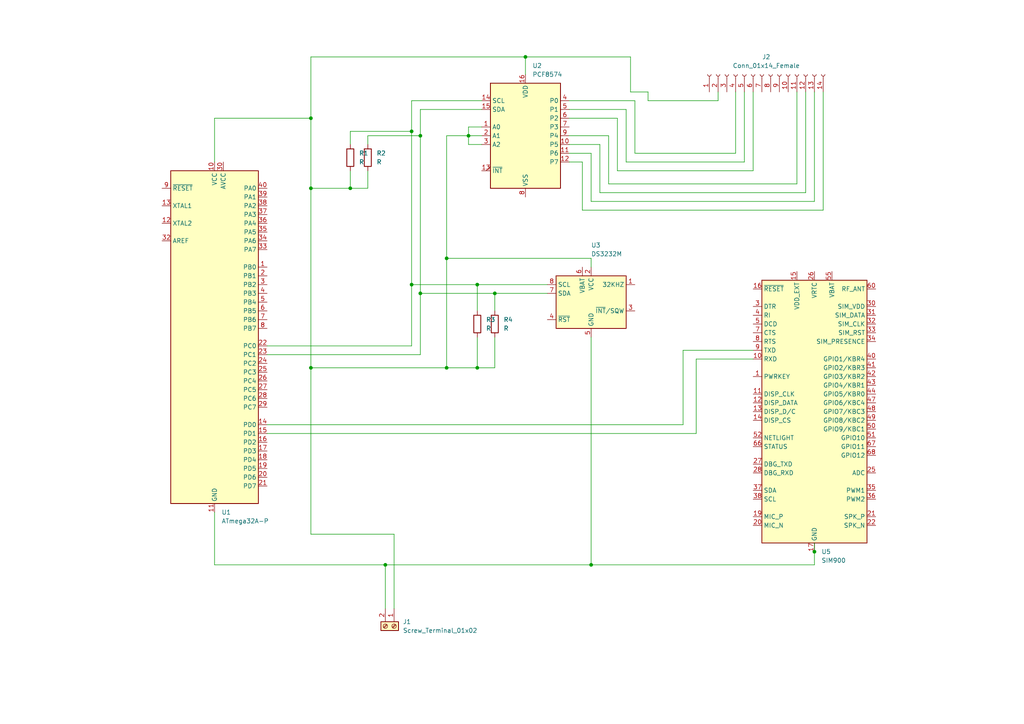
<source format=kicad_sch>
(kicad_sch (version 20211123) (generator eeschema)
  (paper "A4")
  (lib_symbols
    (symbol "Connector:Conn_01x14_Female" (pin_names (offset 1.016) hide)
      (property "Reference" "J" (at 0 17.78 0))
      (property "Value" "Conn_01x14_Female" (at 0 -20.32 0))
      (symbol "Conn_01x14_Female_1_1"
        (arc (start 0 -17.272) (mid -0.508 -17.78) (end 0 -18.288) (stroke (width 0.1524)))
        (arc (start 0 -14.732) (mid -0.508 -15.24) (end 0 -15.748) (stroke (width 0.1524)))
        (arc (start 0 -12.192) (mid -0.508 -12.7) (end 0 -13.208) (stroke (width 0.1524)))
        (arc (start 0 -9.652) (mid -0.508 -10.16) (end 0 -10.668) (stroke (width 0.1524)))
        (arc (start 0 -7.112) (mid -0.508 -7.62) (end 0 -8.128) (stroke (width 0.1524)))
        (arc (start 0 -4.572) (mid -0.508 -5.08) (end 0 -5.588) (stroke (width 0.1524)))
        (arc (start 0 -2.032) (mid -0.508 -2.54) (end 0 -3.048) (stroke (width 0.1524)))
        (polyline (pts (xy -1.27 -17.78) (xy -0.508 -17.78)) (stroke (width 0.1524)))
        (polyline (pts (xy -1.27 -15.24) (xy -0.508 -15.24)) (stroke (width 0.1524)))
        (polyline (pts (xy -1.27 -12.7) (xy -0.508 -12.7)) (stroke (width 0.1524)))
        (polyline (pts (xy -1.27 -10.16) (xy -0.508 -10.16)) (stroke (width 0.1524)))
        (polyline (pts (xy -1.27 -7.62) (xy -0.508 -7.62)) (stroke (width 0.1524)))
        (polyline (pts (xy -1.27 -5.08) (xy -0.508 -5.08)) (stroke (width 0.1524)))
        (polyline (pts (xy -1.27 -2.54) (xy -0.508 -2.54)) (stroke (width 0.1524)))
        (polyline (pts (xy -1.27 0) (xy -0.508 0)) (stroke (width 0.1524)))
        (polyline (pts (xy -1.27 2.54) (xy -0.508 2.54)) (stroke (width 0.1524)))
        (polyline (pts (xy -1.27 5.08) (xy -0.508 5.08)) (stroke (width 0.1524)))
        (polyline (pts (xy -1.27 7.62) (xy -0.508 7.62)) (stroke (width 0.1524)))
        (polyline (pts (xy -1.27 10.16) (xy -0.508 10.16)) (stroke (width 0.1524)))
        (polyline (pts (xy -1.27 12.7) (xy -0.508 12.7)) (stroke (width 0.1524)))
        (polyline (pts (xy -1.27 15.24) (xy -0.508 15.24)) (stroke (width 0.1524)))
        (arc (start 0 0.508) (mid -0.508 0) (end 0 -0.508) (stroke (width 0.1524)))
        (arc (start 0 3.048) (mid -0.508 2.54) (end 0 2.032) (stroke (width 0.1524)))
        (arc (start 0 5.588) (mid -0.508 5.08) (end 0 4.572) (stroke (width 0.1524)))
        (arc (start 0 8.128) (mid -0.508 7.62) (end 0 7.112) (stroke (width 0.1524)))
        (arc (start 0 10.668) (mid -0.508 10.16) (end 0 9.652) (stroke (width 0.1524)))
        (arc (start 0 13.208) (mid -0.508 12.7) (end 0 12.192) (stroke (width 0.1524)))
        (arc (start 0 15.748) (mid -0.508 15.24) (end 0 14.732) (stroke (width 0.1524)))
        (pin passive line (at -5.08 15.24 0) (length 3.81) (name "Pin_1") (number "1"))
        (pin passive line (at -5.08 -7.62 0) (length 3.81) (name "Pin_10") (number "10"))
        (pin passive line (at -5.08 -10.16 0) (length 3.81) (name "Pin_11") (number "11"))
        (pin passive line (at -5.08 -12.7 0) (length 3.81) (name "Pin_12") (number "12"))
        (pin passive line (at -5.08 -15.24 0) (length 3.81) (name "Pin_13") (number "13"))
        (pin passive line (at -5.08 -17.78 0) (length 3.81) (name "Pin_14") (number "14"))
        (pin passive line (at -5.08 12.7 0) (length 3.81) (name "Pin_2") (number "2"))
        (pin passive line (at -5.08 10.16 0) (length 3.81) (name "Pin_3") (number "3"))
        (pin passive line (at -5.08 7.62 0) (length 3.81) (name "Pin_4") (number "4"))
        (pin passive line (at -5.08 5.08 0) (length 3.81) (name "Pin_5") (number "5"))
        (pin passive line (at -5.08 2.54 0) (length 3.81) (name "Pin_6") (number "6"))
        (pin passive line (at -5.08 0 0) (length 3.81) (name "Pin_7") (number "7"))
        (pin passive line (at -5.08 -2.54 0) (length 3.81) (name "Pin_8") (number "8"))
        (pin passive line (at -5.08 -5.08 0) (length 3.81) (name "Pin_9") (number "9"))
      )
    )
    (symbol "Connector:Screw_Terminal_01x02" (pin_names (offset 1.016) hide)
      (property "Reference" "J" (at 0 2.54 0))
      (property "Value" "Screw_Terminal_01x02" (at 0 -5.08 0))
      (symbol "Screw_Terminal_01x02_1_1"
        (rectangle (start -1.27 1.27) (end 1.27 -3.81) (stroke (width 0.254)) (fill (type background)))
        (circle (center 0 -2.54) (radius 0.635) (stroke (width 0.1524)))
        (polyline (pts (xy -0.5334 -2.2098) (xy 0.3302 -3.048)) (stroke (width 0.1524)))
        (polyline (pts (xy -0.5334 0.3302) (xy 0.3302 -0.508)) (stroke (width 0.1524)))
        (polyline (pts (xy -0.3556 -2.032) (xy 0.508 -2.8702)) (stroke (width 0.1524)))
        (polyline (pts (xy -0.3556 0.508) (xy 0.508 -0.3302)) (stroke (width 0.1524)))
        (circle (center 0 0) (radius 0.635) (stroke (width 0.1524)))
        (pin passive line (at -5.08 0 0) (length 3.81) (name "Pin_1") (number "1"))
        (pin passive line (at -5.08 -2.54 0) (length 3.81) (name "Pin_2") (number "2"))
      )
    )
    (symbol "Device:R" (pin_numbers hide) (pin_names (offset 0))
      (property "Reference" "R" (at 2.032 0 90))
      (property "Value" "R" (at 0 0 90))
      (symbol "R_0_1"
        (rectangle (start -1.016 -2.54) (end 1.016 2.54) (stroke (width 0.254)))
      )
      (symbol "R_1_1"
        (pin passive line (at 0 3.81 270) (length 1.27) (name "~") (number "1"))
        (pin passive line (at 0 -3.81 90) (length 1.27) (name "~") (number "2"))
      )
    )
    (symbol "Interface_Expansion:PCF8574"
      (property "Reference" "U" (at -8.89 16.51 0))
      (property "Value" "PCF8574" (at 2.54 16.51 0))
      (symbol "PCF8574_0_1"
        (rectangle (start -10.16 15.24) (end 10.16 -15.24) (stroke (width 0.254)) (fill (type background)))
      )
      (symbol "PCF8574_1_1"
        (pin input line (at -12.7 2.54 0) (length 2.54) (name "A0") (number "1"))
        (pin bidirectional line (at 12.7 -2.54 180) (length 2.54) (name "P5") (number "10"))
        (pin bidirectional line (at 12.7 -5.08 180) (length 2.54) (name "P6") (number "11"))
        (pin bidirectional line (at 12.7 -7.62 180) (length 2.54) (name "P7") (number "12"))
        (pin open_collector output_low (at -12.7 -10.16 0) (length 2.54) (name "~{INT}") (number "13"))
        (pin input line (at -12.7 10.16 0) (length 2.54) (name "SCL") (number "14"))
        (pin bidirectional line (at -12.7 7.62 0) (length 2.54) (name "SDA") (number "15"))
        (pin power_in line (at 0 17.78 270) (length 2.54) (name "VDD") (number "16"))
        (pin input line (at -12.7 0 0) (length 2.54) (name "A1") (number "2"))
        (pin input line (at -12.7 -2.54 0) (length 2.54) (name "A2") (number "3"))
        (pin bidirectional line (at 12.7 10.16 180) (length 2.54) (name "P0") (number "4"))
        (pin bidirectional line (at 12.7 7.62 180) (length 2.54) (name "P1") (number "5"))
        (pin bidirectional line (at 12.7 5.08 180) (length 2.54) (name "P2") (number "6"))
        (pin bidirectional line (at 12.7 2.54 180) (length 2.54) (name "P3") (number "7"))
        (pin power_in line (at 0 -17.78 90) (length 2.54) (name "VSS") (number "8"))
        (pin bidirectional line (at 12.7 0 180) (length 2.54) (name "P4") (number "9"))
      )
    )
    (symbol "MCU_Microchip_ATmega:ATmega32A-P"
      (property "Reference" "U" (at -12.7 49.53 0))
      (property "Value" "ATmega32A-P" (at 2.54 -49.53 0))
      (symbol "ATmega32A-P_0_1"
        (rectangle (start -12.7 -48.26) (end 12.7 48.26) (stroke (width 0.254)) (fill (type background)))
      )
      (symbol "ATmega32A-P_1_1"
        (pin bidirectional line (at 15.24 20.32 180) (length 2.54) (name "PB0") (number "1"))
        (pin power_in line (at 0 50.8 270) (length 2.54) (name "VCC") (number "10"))
        (pin power_in line (at 0 -50.8 90) (length 2.54) (name "GND") (number "11"))
        (pin output line (at -15.24 33.02 0) (length 2.54) (name "XTAL2") (number "12"))
        (pin input line (at -15.24 38.1 0) (length 2.54) (name "XTAL1") (number "13"))
        (pin bidirectional line (at 15.24 -25.4 180) (length 2.54) (name "PD0") (number "14"))
        (pin bidirectional line (at 15.24 -27.94 180) (length 2.54) (name "PD1") (number "15"))
        (pin bidirectional line (at 15.24 -30.48 180) (length 2.54) (name "PD2") (number "16"))
        (pin bidirectional line (at 15.24 -33.02 180) (length 2.54) (name "PD3") (number "17"))
        (pin bidirectional line (at 15.24 -35.56 180) (length 2.54) (name "PD4") (number "18"))
        (pin bidirectional line (at 15.24 -38.1 180) (length 2.54) (name "PD5") (number "19"))
        (pin bidirectional line (at 15.24 17.78 180) (length 2.54) (name "PB1") (number "2"))
        (pin bidirectional line (at 15.24 -40.64 180) (length 2.54) (name "PD6") (number "20"))
        (pin bidirectional line (at 15.24 -43.18 180) (length 2.54) (name "PD7") (number "21"))
        (pin bidirectional line (at 15.24 -2.54 180) (length 2.54) (name "PC0") (number "22"))
        (pin bidirectional line (at 15.24 -5.08 180) (length 2.54) (name "PC1") (number "23"))
        (pin bidirectional line (at 15.24 -7.62 180) (length 2.54) (name "PC2") (number "24"))
        (pin bidirectional line (at 15.24 -10.16 180) (length 2.54) (name "PC3") (number "25"))
        (pin bidirectional line (at 15.24 -12.7 180) (length 2.54) (name "PC4") (number "26"))
        (pin bidirectional line (at 15.24 -15.24 180) (length 2.54) (name "PC5") (number "27"))
        (pin bidirectional line (at 15.24 -17.78 180) (length 2.54) (name "PC6") (number "28"))
        (pin bidirectional line (at 15.24 -20.32 180) (length 2.54) (name "PC7") (number "29"))
        (pin bidirectional line (at 15.24 15.24 180) (length 2.54) (name "PB2") (number "3"))
        (pin power_in line (at 2.54 50.8 270) (length 2.54) (name "AVCC") (number "30"))
        (pin passive line (at 0 -50.8 90) (length 2.54) hide (name "GND") (number "31"))
        (pin passive line (at -15.24 27.94 0) (length 2.54) (name "AREF") (number "32"))
        (pin bidirectional line (at 15.24 25.4 180) (length 2.54) (name "PA7") (number "33"))
        (pin bidirectional line (at 15.24 27.94 180) (length 2.54) (name "PA6") (number "34"))
        (pin bidirectional line (at 15.24 30.48 180) (length 2.54) (name "PA5") (number "35"))
        (pin bidirectional line (at 15.24 33.02 180) (length 2.54) (name "PA4") (number "36"))
        (pin bidirectional line (at 15.24 35.56 180) (length 2.54) (name "PA3") (number "37"))
        (pin bidirectional line (at 15.24 38.1 180) (length 2.54) (name "PA2") (number "38"))
        (pin bidirectional line (at 15.24 40.64 180) (length 2.54) (name "PA1") (number "39"))
        (pin bidirectional line (at 15.24 12.7 180) (length 2.54) (name "PB3") (number "4"))
        (pin bidirectional line (at 15.24 43.18 180) (length 2.54) (name "PA0") (number "40"))
        (pin bidirectional line (at 15.24 10.16 180) (length 2.54) (name "PB4") (number "5"))
        (pin bidirectional line (at 15.24 7.62 180) (length 2.54) (name "PB5") (number "6"))
        (pin bidirectional line (at 15.24 5.08 180) (length 2.54) (name "PB6") (number "7"))
        (pin bidirectional line (at 15.24 2.54 180) (length 2.54) (name "PB7") (number "8"))
        (pin input line (at -15.24 43.18 0) (length 2.54) (name "~{RESET}") (number "9"))
      )
    )
    (symbol "RF_GSM:SIM900"
      (property "Reference" "U" (at -15.24 39.37 0))
      (property "Value" "SIM900" (at 8.89 39.37 0))
      (symbol "SIM900_0_1"
        (rectangle (start -15.24 38.1) (end 15.24 -38.1) (stroke (width 0.254)) (fill (type background)))
      )
      (symbol "SIM900_1_1"
        (pin input line (at -17.78 10.16 0) (length 2.54) (name "PWRKEY") (number "1"))
        (pin input line (at -17.78 15.24 0) (length 2.54) (name "RXD") (number "10"))
        (pin output line (at -17.78 5.08 0) (length 2.54) (name "DISP_CLK") (number "11"))
        (pin bidirectional line (at -17.78 2.54 0) (length 2.54) (name "DISP_DATA") (number "12"))
        (pin output line (at -17.78 0 0) (length 2.54) (name "DISP_D/C") (number "13"))
        (pin output line (at -17.78 -2.54 0) (length 2.54) (name "DISP_CS") (number "14"))
        (pin power_out line (at -5.08 40.64 270) (length 2.54) (name "VDD_EXT") (number "15"))
        (pin input line (at -17.78 35.56 0) (length 2.54) (name "~{RESET}") (number "16"))
        (pin power_in line (at 0 -40.64 90) (length 2.54) (name "GND") (number "17"))
        (pin passive line (at 0 -40.64 90) (length 2.54) hide (name "GND") (number "18"))
        (pin input line (at -17.78 -30.48 0) (length 2.54) (name "MIC_P") (number "19"))
        (pin no_connect line (at 15.24 33.02 180) (length 2.54) hide (name "NC") (number "2"))
        (pin input line (at -17.78 -33.02 0) (length 2.54) (name "MIC_N") (number "20"))
        (pin output line (at 17.78 -30.48 180) (length 2.54) (name "SPK_P") (number "21"))
        (pin output line (at 17.78 -33.02 180) (length 2.54) (name "SPK_N") (number "22"))
        (pin no_connect line (at 15.24 -15.24 180) (length 2.54) hide (name "NC") (number "23"))
        (pin no_connect line (at 15.24 -27.94 180) (length 2.54) hide (name "NC") (number "24"))
        (pin input line (at 17.78 -17.78 180) (length 2.54) (name "ADC") (number "25"))
        (pin power_in line (at 0 40.64 270) (length 2.54) (name "VRTC") (number "26"))
        (pin output line (at -17.78 -15.24 0) (length 2.54) (name "DBG_TXD") (number "27"))
        (pin input line (at -17.78 -17.78 0) (length 2.54) (name "DBG_RXD") (number "28"))
        (pin passive line (at 0 -40.64 90) (length 2.54) hide (name "GND") (number "29"))
        (pin input line (at -17.78 30.48 0) (length 2.54) (name "DTR") (number "3"))
        (pin power_out line (at 17.78 30.48 180) (length 2.54) (name "SIM_VDD") (number "30"))
        (pin bidirectional line (at 17.78 27.94 180) (length 2.54) (name "SIM_DATA") (number "31"))
        (pin output line (at 17.78 25.4 180) (length 2.54) (name "SIM_CLK") (number "32"))
        (pin output line (at 17.78 22.86 180) (length 2.54) (name "SIM_RST") (number "33"))
        (pin input line (at 17.78 20.32 180) (length 2.54) (name "SIM_PRESENCE") (number "34"))
        (pin output line (at 17.78 -22.86 180) (length 2.54) (name "PWM1") (number "35"))
        (pin output line (at 17.78 -25.4 180) (length 2.54) (name "PWM2") (number "36"))
        (pin bidirectional line (at -17.78 -22.86 0) (length 2.54) (name "SDA") (number "37"))
        (pin output line (at -17.78 -25.4 0) (length 2.54) (name "SCL") (number "38"))
        (pin passive line (at 0 -40.64 90) (length 2.54) hide (name "GND") (number "39"))
        (pin output line (at -17.78 27.94 0) (length 2.54) (name "RI") (number "4"))
        (pin bidirectional line (at 17.78 15.24 180) (length 2.54) (name "GPIO1/KBR4") (number "40"))
        (pin bidirectional line (at 17.78 12.7 180) (length 2.54) (name "GPIO2/KBR3") (number "41"))
        (pin bidirectional line (at 17.78 10.16 180) (length 2.54) (name "GPIO3/KBR2") (number "42"))
        (pin bidirectional line (at 17.78 7.62 180) (length 2.54) (name "GPIO4/KBR1") (number "43"))
        (pin bidirectional line (at 17.78 5.08 180) (length 2.54) (name "GPIO5/KBR0") (number "44"))
        (pin passive line (at 0 -40.64 90) (length 2.54) hide (name "GND") (number "45"))
        (pin passive line (at 0 -40.64 90) (length 2.54) hide (name "GND") (number "46"))
        (pin bidirectional line (at 17.78 2.54 180) (length 2.54) (name "GPIO6/KBC4") (number "47"))
        (pin bidirectional line (at 17.78 0 180) (length 2.54) (name "GPIO7/KBC3") (number "48"))
        (pin bidirectional line (at 17.78 -2.54 180) (length 2.54) (name "GPIO8/KBC2") (number "49"))
        (pin output line (at -17.78 25.4 0) (length 2.54) (name "DCD") (number "5"))
        (pin bidirectional line (at 17.78 -5.08 180) (length 2.54) (name "GPIO9/KBC1") (number "50"))
        (pin bidirectional line (at 17.78 -7.62 180) (length 2.54) (name "GPIO10") (number "51"))
        (pin output line (at -17.78 -7.62 0) (length 2.54) (name "NETLIGHT") (number "52"))
        (pin passive line (at 0 -40.64 90) (length 2.54) hide (name "GND") (number "53"))
        (pin passive line (at 0 -40.64 90) (length 2.54) hide (name "GND") (number "54"))
        (pin power_in line (at 5.08 40.64 270) (length 2.54) (name "VBAT") (number "55"))
        (pin passive line (at 5.08 40.64 270) (length 2.54) hide (name "VBAT") (number "56"))
        (pin passive line (at 5.08 40.64 270) (length 2.54) hide (name "VBAT") (number "57"))
        (pin passive line (at 0 -40.64 90) (length 2.54) hide (name "GND") (number "58"))
        (pin passive line (at 0 -40.64 90) (length 2.54) hide (name "GND") (number "59"))
        (pin no_connect line (at 15.24 17.78 180) (length 2.54) hide (name "NC") (number "6"))
        (pin passive line (at 17.78 35.56 180) (length 2.54) (name "RF_ANT") (number "60"))
        (pin passive line (at 0 -40.64 90) (length 2.54) hide (name "GND") (number "61"))
        (pin passive line (at 0 -40.64 90) (length 2.54) hide (name "GND") (number "62"))
        (pin passive line (at 0 -40.64 90) (length 2.54) hide (name "GND") (number "63"))
        (pin passive line (at 0 -40.64 90) (length 2.54) hide (name "GND") (number "64"))
        (pin passive line (at 0 -40.64 90) (length 2.54) hide (name "GND") (number "65"))
        (pin output line (at -17.78 -10.16 0) (length 2.54) (name "STATUS") (number "66"))
        (pin bidirectional line (at 17.78 -10.16 180) (length 2.54) (name "GPIO11") (number "67"))
        (pin bidirectional line (at 17.78 -12.7 180) (length 2.54) (name "GPIO12") (number "68"))
        (pin output line (at -17.78 22.86 0) (length 2.54) (name "CTS") (number "7"))
        (pin input line (at -17.78 20.32 0) (length 2.54) (name "RTS") (number "8"))
        (pin output line (at -17.78 17.78 0) (length 2.54) (name "TXD") (number "9"))
      )
    )
    (symbol "Timer_RTC:DS3232M"
      (property "Reference" "U" (at -7.62 8.89 0))
      (property "Value" "DS3232M" (at 10.16 8.89 0))
      (symbol "DS3232M_0_1"
        (rectangle (start -10.16 7.62) (end 10.16 -7.62) (stroke (width 0.254)) (fill (type background)))
      )
      (symbol "DS3232M_1_1"
        (pin output line (at 12.7 5.08 180) (length 2.54) (name "32KHZ") (number "1"))
        (pin power_in line (at 0 10.16 270) (length 2.54) (name "VCC") (number "2"))
        (pin open_collector line (at 12.7 -2.54 180) (length 2.54) (name "~{INT}/SQW") (number "3"))
        (pin bidirectional line (at -12.7 -5.08 0) (length 2.54) (name "~{RST}") (number "4"))
        (pin power_in line (at 0 -10.16 90) (length 2.54) (name "GND") (number "5"))
        (pin power_in line (at -2.54 10.16 270) (length 2.54) (name "VBAT") (number "6"))
        (pin bidirectional line (at -12.7 2.54 0) (length 2.54) (name "SDA") (number "7"))
        (pin input line (at -12.7 5.08 0) (length 2.54) (name "SCL") (number "8"))
      )
    )
  )
  (junction (at 90.17 106.68))
  (junction (at 121.92 85.09))
  (junction (at 111.76 163.83))
  (junction (at 138.43 82.55))
  (junction (at 119.38 82.55))
  (junction (at 90.17 54.61))
  (junction (at 121.92 39.37))
  (junction (at 129.54 106.68))
  (junction (at 135.89 39.37))
  (junction (at 101.6 54.61))
  (junction (at 129.54 74.93))
  (junction (at 90.17 34.29))
  (junction (at 152.4 16.51))
  (junction (at 171.45 163.83))
  (junction (at 119.38 38.1))
  (junction (at 143.51 85.09))
  (junction (at 236.22 160.02))
  (junction (at 138.43 106.68))
  (wire (pts (xy 138.43 106.68) (xy 143.51 106.68)))
  (wire (pts (xy 90.17 106.68) (xy 129.54 106.68)))
  (wire (pts (xy 121.92 102.87) (xy 77.47 102.87)))
  (wire (pts (xy 165.1 39.37) (xy 176.53 39.37)))
  (wire (pts (xy 121.92 39.37) (xy 121.92 85.09)))
  (wire (pts (xy 129.54 74.93) (xy 129.54 106.68)))
  (wire (pts (xy 236.22 160.02) (xy 236.22 163.83)))
  (wire (pts (xy 135.89 39.37) (xy 135.89 41.91)))
  (wire (pts (xy 236.22 26.67) (xy 236.22 58.42)))
  (wire (pts (xy 62.23 163.83) (xy 111.76 163.83)))
  (wire (pts (xy 168.91 46.99) (xy 168.91 60.96)))
  (wire (pts (xy 187.96 26.67) (xy 182.88 26.67)))
  (wire (pts (xy 121.92 31.75) (xy 121.92 39.37)))
  (wire (pts (xy 143.51 85.09) (xy 143.51 90.17)))
  (wire (pts (xy 168.91 60.96) (xy 238.76 60.96)))
  (wire (pts (xy 181.61 31.75) (xy 181.61 46.99)))
  (wire (pts (xy 182.88 26.67) (xy 182.88 16.51)))
  (wire (pts (xy 111.76 163.83) (xy 111.76 176.53)))
  (wire (pts (xy 129.54 106.68) (xy 138.43 106.68)))
  (wire (pts (xy 182.88 16.51) (xy 152.4 16.51)))
  (wire (pts (xy 90.17 54.61) (xy 90.17 106.68)))
  (wire (pts (xy 198.12 101.6) (xy 218.44 101.6)))
  (wire (pts (xy 236.22 163.83) (xy 171.45 163.83)))
  (wire (pts (xy 139.7 31.75) (xy 121.92 31.75)))
  (wire (pts (xy 90.17 16.51) (xy 90.17 34.29)))
  (wire (pts (xy 119.38 100.33) (xy 119.38 82.55)))
  (wire (pts (xy 236.22 58.42) (xy 171.45 58.42)))
  (wire (pts (xy 143.51 85.09) (xy 158.75 85.09)))
  (wire (pts (xy 171.45 58.42) (xy 171.45 44.45)))
  (wire (pts (xy 213.36 44.45) (xy 184.15 44.45)))
  (wire (pts (xy 119.38 38.1) (xy 101.6 38.1)))
  (wire (pts (xy 233.68 55.88) (xy 233.68 26.67)))
  (wire (pts (xy 90.17 54.61) (xy 101.6 54.61)))
  (wire (pts (xy 184.15 29.21) (xy 165.1 29.21)))
  (wire (pts (xy 138.43 82.55) (xy 158.75 82.55)))
  (wire (pts (xy 213.36 26.67) (xy 213.36 44.45)))
  (wire (pts (xy 119.38 82.55) (xy 119.38 38.1)))
  (wire (pts (xy 62.23 34.29) (xy 62.23 46.99)))
  (wire (pts (xy 208.28 29.21) (xy 187.96 29.21)))
  (wire (pts (xy 101.6 49.53) (xy 101.6 54.61)))
  (wire (pts (xy 184.15 44.45) (xy 184.15 29.21)))
  (wire (pts (xy 101.6 38.1) (xy 101.6 41.91)))
  (wire (pts (xy 238.76 60.96) (xy 238.76 26.67)))
  (wire (pts (xy 165.1 41.91) (xy 173.99 41.91)))
  (wire (pts (xy 215.9 26.67) (xy 215.9 46.99)))
  (wire (pts (xy 106.68 54.61) (xy 106.68 49.53)))
  (wire (pts (xy 165.1 31.75) (xy 181.61 31.75)))
  (wire (pts (xy 77.47 125.73) (xy 201.93 125.73)))
  (wire (pts (xy 165.1 34.29) (xy 179.07 34.29)))
  (wire (pts (xy 165.1 46.99) (xy 168.91 46.99)))
  (wire (pts (xy 201.93 125.73) (xy 201.93 104.14)))
  (wire (pts (xy 90.17 154.94) (xy 114.3 154.94)))
  (wire (pts (xy 135.89 41.91) (xy 139.7 41.91)))
  (wire (pts (xy 231.14 53.34) (xy 231.14 26.67)))
  (wire (pts (xy 129.54 39.37) (xy 129.54 74.93)))
  (wire (pts (xy 171.45 163.83) (xy 111.76 163.83)))
  (wire (pts (xy 236.22 157.48) (xy 236.22 160.02)))
  (wire (pts (xy 179.07 49.53) (xy 218.44 49.53)))
  (wire (pts (xy 181.61 46.99) (xy 215.9 46.99)))
  (wire (pts (xy 165.1 44.45) (xy 171.45 44.45)))
  (wire (pts (xy 62.23 34.29) (xy 90.17 34.29)))
  (wire (pts (xy 135.89 36.83) (xy 135.89 39.37)))
  (wire (pts (xy 121.92 85.09) (xy 143.51 85.09)))
  (wire (pts (xy 179.07 34.29) (xy 179.07 49.53)))
  (wire (pts (xy 218.44 26.67) (xy 218.44 49.53)))
  (wire (pts (xy 171.45 97.79) (xy 171.45 163.83)))
  (wire (pts (xy 62.23 148.59) (xy 62.23 163.83)))
  (wire (pts (xy 139.7 36.83) (xy 135.89 36.83)))
  (wire (pts (xy 114.3 154.94) (xy 114.3 176.53)))
  (wire (pts (xy 176.53 53.34) (xy 231.14 53.34)))
  (wire (pts (xy 171.45 77.47) (xy 171.45 74.93)))
  (wire (pts (xy 198.12 123.19) (xy 77.47 123.19)))
  (wire (pts (xy 106.68 41.91) (xy 106.68 39.37)))
  (wire (pts (xy 143.51 106.68) (xy 143.51 97.79)))
  (wire (pts (xy 119.38 38.1) (xy 119.38 29.21)))
  (wire (pts (xy 187.96 29.21) (xy 187.96 26.67)))
  (wire (pts (xy 129.54 74.93) (xy 171.45 74.93)))
  (wire (pts (xy 138.43 97.79) (xy 138.43 106.68)))
  (wire (pts (xy 138.43 82.55) (xy 138.43 90.17)))
  (wire (pts (xy 135.89 39.37) (xy 139.7 39.37)))
  (wire (pts (xy 198.12 101.6) (xy 198.12 123.19)))
  (wire (pts (xy 119.38 82.55) (xy 138.43 82.55)))
  (wire (pts (xy 106.68 39.37) (xy 121.92 39.37)))
  (wire (pts (xy 90.17 34.29) (xy 90.17 54.61)))
  (wire (pts (xy 152.4 16.51) (xy 90.17 16.51)))
  (wire (pts (xy 121.92 85.09) (xy 121.92 102.87)))
  (wire (pts (xy 173.99 41.91) (xy 173.99 55.88)))
  (wire (pts (xy 176.53 39.37) (xy 176.53 53.34)))
  (wire (pts (xy 208.28 26.67) (xy 208.28 29.21)))
  (wire (pts (xy 119.38 29.21) (xy 139.7 29.21)))
  (wire (pts (xy 173.99 55.88) (xy 233.68 55.88)))
  (wire (pts (xy 101.6 54.61) (xy 106.68 54.61)))
  (wire (pts (xy 135.89 39.37) (xy 129.54 39.37)))
  (wire (pts (xy 152.4 21.59) (xy 152.4 16.51)))
  (wire (pts (xy 90.17 106.68) (xy 90.17 154.94)))
  (wire (pts (xy 77.47 100.33) (xy 119.38 100.33)))
  (wire (pts (xy 201.93 104.14) (xy 218.44 104.14)))
  (symbol (lib_id "Device:R") (at 143.51 93.98 0) (unit 1)
    (property "Reference" "R4" (at 146.05 92.7099 0) (effects (justify left)))
    (property "Value" "R" (at 146.05 95.2499 0) (effects (justify left)))
    (property "Footprint" "Resistor_THT:R_Axial_DIN0411_L9.9mm_D3.6mm_P20.32mm_Horizontal" (effects hide))
  )
  (symbol (lib_id "Device:R") (at 106.68 45.72 0) (unit 1)
    (property "Reference" "R2" (at 109.22 44.4499 0) (effects (justify left)))
    (property "Value" "R" (at 109.22 46.9899 0) (effects (justify left)))
    (property "Footprint" "Resistor_THT:R_Axial_DIN0411_L9.9mm_D3.6mm_P20.32mm_Horizontal" (effects hide))
  )
  (symbol (lib_id "MCU_Microchip_ATmega:ATmega32A-P") (at 62.23 97.79 0) (unit 1)
    (property "Reference" "U1" (at 64.2494 148.59 0) (effects (justify left)))
    (property "Value" "ATmega32A-P" (at 64.2494 151.13 0) (effects (justify left)))
    (property "Footprint" "Package_DIP:DIP-40_W15.24mm" (effects hide))
    (property "Datasheet" "http://ww1.microchip.com/downloads/en/DeviceDoc/atmel-8155-8-bit-microcontroller-avr-atmega32a_datasheet.pdf" (effects hide))
  )
  (symbol (lib_id "Device:R") (at 138.43 93.98 0) (unit 1)
    (property "Reference" "R3" (at 140.97 92.7099 0) (effects (justify left)))
    (property "Value" "R" (at 140.97 95.2499 0) (effects (justify left)))
    (property "Footprint" "Resistor_THT:R_Axial_DIN0411_L9.9mm_D3.6mm_P20.32mm_Horizontal" (effects hide))
  )
  (symbol (lib_id "Connector:Conn_01x14_Female") (at 220.98 21.59 90) (unit 1)
    (property "Reference" "J2" (at 222.25 16.51 90))
    (property "Value" "Conn_01x14_Female" (at 222.25 19.05 90))
    (property "Footprint" "Connector_PinSocket_2.54mm:PinSocket_1x14_P2.54mm_Vertical" (effects hide))
  )
  (symbol (lib_id "Timer_RTC:DS3232M") (at 171.45 87.63 0) (unit 1)
    (property "Reference" "U3" (at 171.45 71.12 0) (effects (justify left)))
    (property "Value" "DS3232M" (at 171.45 73.66 0) (effects (justify left)))
    (property "Footprint" "Package_SO:SOIC-8_3.9x4.9mm_P1.27mm" (effects hide))
    (property "Datasheet" "http://datasheets.maximintegrated.com/en/ds/DS3232M.pdf" (effects hide))
  )
  (symbol (lib_id "Device:R") (at 101.6 45.72 0) (unit 1)
    (property "Reference" "R1" (at 104.14 44.4499 0) (effects (justify left)))
    (property "Value" "R" (at 104.14 46.9899 0) (effects (justify left)))
    (property "Footprint" "Resistor_THT:R_Axial_DIN0411_L9.9mm_D3.6mm_P20.32mm_Horizontal" (effects hide))
  )
  (symbol (lib_id "Connector:Screw_Terminal_01x02") (at 114.3 181.61 270) (unit 1)
    (property "Reference" "J1" (at 116.84 180.3399 90) (effects (justify left)))
    (property "Value" "Screw_Terminal_01x02" (at 116.84 182.8799 90) (effects (justify left)))
    (property "Footprint" "Connector_PinSocket_2.54mm:PinSocket_1x02_P2.54mm_Vertical" (effects hide))
  )
  (symbol (lib_id "RF_GSM:SIM900") (at 236.22 119.38 0) (unit 1)
    (property "Reference" "U5" (at 238.2394 160.02 0) (effects (justify left)))
    (property "Value" "SIM900" (at 238.2394 162.56 0) (effects (justify left)))
    (property "Footprint" "RF_GSM:SIMCom_SIM900" (effects hide))
    (property "Datasheet" "http://simcom.ee/documents/SIM900/SIM900_Hardware%20Design_V2.05.pdf" (effects hide))
  )
  (symbol (lib_id "Interface_Expansion:PCF8574") (at 152.4 39.37 0) (unit 1)
    (property "Reference" "U2" (at 154.4194 19.05 0) (effects (justify left)))
    (property "Value" "PCF8574" (at 154.4194 21.59 0) (effects (justify left)))
    (property "Footprint" "Module:Pololu_Breakout-16_15.2x20.3mm" (effects hide))
    (property "Datasheet" "http://www.nxp.com/documents/data_sheet/PCF8574_PCF8574A.pdf" (effects hide))
  )
)
</source>
